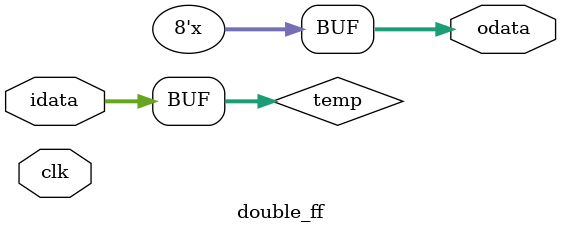
<source format=v>
module double_ff #(           // この回路はバグの元
    parameter DATA_BITS = 8
) (
    input wire clk,
    input wire [DATA_BITS-1:0] idata,
    output reg [DATA_BITS-1:0] odata
);
    reg [DATA_BITS-1:0] temp;
    always @(clk) begin
        temp <= idata;
        odata <= temp;
    end
endmodule
</source>
